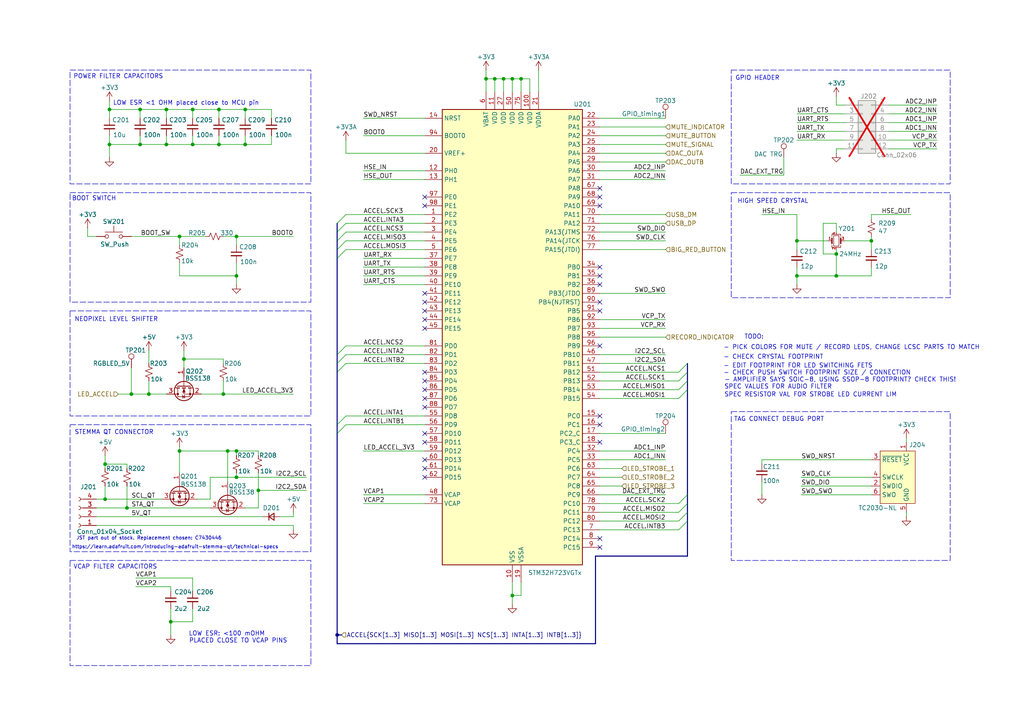
<source format=kicad_sch>
(kicad_sch (version 20231120) (generator "eeschema") (generator_version "8.0")
  (paper "A4")
  (junction (at 31.75 41.91))
  (junction (at 148.59 172.72))
  (junction (at 74.93 142.24))
  (junction (at 242.57 80.01))
  (junction (at 40.64 31.75))
  (junction (at 40.64 41.91))
  (junction (at 231.14 80.01))
  (junction (at 55.88 41.91))
  (junction (at 148.59 22.86))
  (junction (at 53.34 104.14))
  (junction (at 71.12 31.75))
  (junction (at 63.5 31.75))
  (junction (at 64.77 114.3))
  (junction (at 63.5 41.91))
  (junction (at 49.53 180.34))
  (junction (at 43.18 114.3))
  (junction (at 52.07 68.58))
  (junction (at 30.48 144.78))
  (junction (at 68.58 130.81))
  (junction (at 242.57 73.66))
  (junction (at 68.58 138.43))
  (junction (at 146.05 22.86))
  (junction (at 68.58 80.01))
  (junction (at 97.79 184.15))
  (junction (at 71.12 41.91))
  (junction (at 52.07 130.81))
  (junction (at 36.83 147.32))
  (junction (at 30.48 134.62))
  (junction (at 151.13 22.86))
  (junction (at 252.73 69.85))
  (junction (at 231.14 69.85))
  (junction (at 48.26 41.91))
  (junction (at 38.1 114.3))
  (junction (at 55.88 31.75))
  (junction (at 143.51 22.86))
  (junction (at 68.58 68.58))
  (junction (at 140.97 22.86))
  (junction (at 31.75 31.75))
  (junction (at 66.04 130.81))
  (junction (at 48.26 31.75))
  (no_connect (at 173.99 128.27))
  (no_connect (at 173.99 80.01))
  (no_connect (at 123.19 113.03))
  (no_connect (at 123.19 110.49))
  (no_connect (at 173.99 57.15))
  (no_connect (at 173.99 123.19))
  (no_connect (at 173.99 87.63))
  (no_connect (at 123.19 95.25))
  (no_connect (at 173.99 156.21))
  (no_connect (at 173.99 158.75))
  (no_connect (at 123.19 87.63))
  (no_connect (at 123.19 133.35))
  (no_connect (at 123.19 135.89))
  (no_connect (at 173.99 120.65))
  (no_connect (at 173.99 77.47))
  (no_connect (at 123.19 57.15))
  (no_connect (at 123.19 118.11))
  (no_connect (at 123.19 85.09))
  (no_connect (at 173.99 54.61))
  (no_connect (at 173.99 100.33))
  (no_connect (at 123.19 92.71))
  (no_connect (at 173.99 59.69))
  (no_connect (at 123.19 90.17))
  (no_connect (at 173.99 82.55))
  (no_connect (at 123.19 128.27))
  (no_connect (at 123.19 59.69))
  (no_connect (at 123.19 125.73))
  (no_connect (at 123.19 107.95))
  (no_connect (at 123.19 115.57))
  (no_connect (at 123.19 138.43))
  (no_connect (at 173.99 90.17))
  (bus_entry (at 199.39 105.41) (size -2.54 2.54))
  (bus_entry (at 199.39 110.49) (size -2.54 2.54))
  (bus_entry (at 97.79 105.41) (size 2.54 -2.54))
  (bus_entry (at 97.79 69.85) (size 2.54 -2.54))
  (bus_entry (at 97.79 67.31) (size 2.54 -2.54))
  (bus_entry (at 97.79 125.73) (size 2.54 -2.54))
  (bus_entry (at 97.79 74.93) (size 2.54 -2.54))
  (bus_entry (at 199.39 146.05) (size -2.54 2.54))
  (bus_entry (at 199.39 113.03) (size -2.54 2.54))
  (bus_entry (at 199.39 148.59) (size -2.54 2.54))
  (bus_entry (at 97.79 102.87) (size 2.54 -2.54))
  (bus_entry (at 97.79 123.19) (size 2.54 -2.54))
  (bus_entry (at 97.79 107.95) (size 2.54 -2.54))
  (bus_entry (at 97.79 64.77) (size 2.54 -2.54))
  (bus_entry (at 199.39 151.13) (size -2.54 2.54))
  (bus_entry (at 199.39 143.51) (size -2.54 2.54))
  (bus_entry (at 97.79 72.39) (size 2.54 -2.54))
  (bus_entry (at 199.39 107.95) (size -2.54 2.54))
  (wire (pts (xy 52.07 130.81) (xy 52.07 137.16)))
  (wire (pts (xy 39.37 167.64) (xy 55.88 167.64)))
  (wire (pts (xy 85.09 149.86) (xy 85.09 148.59)))
  (wire (pts (xy 220.98 62.23) (xy 231.14 62.23)))
  (wire (pts (xy 262.89 127) (xy 262.89 128.27)))
  (wire (pts (xy 55.88 31.75) (xy 55.88 34.29)))
  (wire (pts (xy 60.96 138.43) (xy 60.96 144.78)))
  (wire (pts (xy 173.99 102.87) (xy 193.04 102.87)))
  (wire (pts (xy 231.14 38.1) (xy 245.11 38.1)))
  (wire (pts (xy 71.12 41.91) (xy 71.12 39.37)))
  (wire (pts (xy 52.07 76.2) (xy 52.07 80.01)))
  (bus (pts (xy 199.39 143.51) (xy 199.39 146.05)))
  (bus (pts (xy 199.39 110.49) (xy 199.39 113.03)))
  (wire (pts (xy 55.88 180.34) (xy 49.53 180.34)))
  (wire (pts (xy 36.83 134.62) (xy 36.83 135.89)))
  (wire (pts (xy 105.41 143.51) (xy 123.19 143.51)))
  (wire (pts (xy 231.14 80.01) (xy 242.57 80.01)))
  (wire (pts (xy 227.33 50.8) (xy 227.33 45.72)))
  (bus (pts (xy 199.39 148.59) (xy 199.39 151.13)))
  (wire (pts (xy 264.16 62.23) (xy 252.73 62.23)))
  (wire (pts (xy 257.81 33.02) (xy 271.78 33.02)))
  (wire (pts (xy 49.53 180.34) (xy 49.53 176.53)))
  (bus (pts (xy 172.72 186.69) (xy 172.72 161.29)))
  (wire (pts (xy 100.33 67.31) (xy 123.19 67.31)))
  (wire (pts (xy 30.48 134.62) (xy 36.83 134.62)))
  (wire (pts (xy 146.05 22.86) (xy 143.51 22.86)))
  (wire (pts (xy 231.14 69.85) (xy 231.14 72.39)))
  (wire (pts (xy 38.1 114.3) (xy 43.18 114.3)))
  (wire (pts (xy 105.41 49.53) (xy 123.19 49.53)))
  (wire (pts (xy 71.12 31.75) (xy 71.12 34.29)))
  (wire (pts (xy 151.13 22.86) (xy 151.13 26.67)))
  (wire (pts (xy 242.57 43.18) (xy 242.57 44.45)))
  (wire (pts (xy 52.07 68.58) (xy 52.07 71.12)))
  (wire (pts (xy 231.14 33.02) (xy 245.11 33.02)))
  (wire (pts (xy 31.75 29.21) (xy 31.75 31.75)))
  (wire (pts (xy 173.99 130.81) (xy 193.04 130.81)))
  (wire (pts (xy 173.99 135.89) (xy 180.34 135.89)))
  (wire (pts (xy 148.59 22.86) (xy 148.59 26.67)))
  (wire (pts (xy 148.59 22.86) (xy 146.05 22.86)))
  (wire (pts (xy 43.18 114.3) (xy 48.26 114.3)))
  (wire (pts (xy 242.57 73.66) (xy 242.57 72.39)))
  (wire (pts (xy 74.93 137.16) (xy 74.93 142.24)))
  (wire (pts (xy 173.99 138.43) (xy 180.34 138.43)))
  (wire (pts (xy 105.41 80.01) (xy 123.19 80.01)))
  (wire (pts (xy 43.18 110.49) (xy 43.18 114.3)))
  (wire (pts (xy 231.14 80.01) (xy 231.14 82.55)))
  (wire (pts (xy 71.12 41.91) (xy 78.74 41.91)))
  (wire (pts (xy 173.99 97.79) (xy 193.04 97.79)))
  (wire (pts (xy 52.07 130.81) (xy 66.04 130.81)))
  (wire (pts (xy 34.29 114.3) (xy 38.1 114.3)))
  (wire (pts (xy 100.33 105.41) (xy 123.19 105.41)))
  (wire (pts (xy 257.81 38.1) (xy 271.78 38.1)))
  (wire (pts (xy 53.34 104.14) (xy 53.34 106.68)))
  (wire (pts (xy 252.73 62.23) (xy 252.73 63.5)))
  (wire (pts (xy 31.75 41.91) (xy 40.64 41.91)))
  (wire (pts (xy 173.99 140.97) (xy 180.34 140.97)))
  (wire (pts (xy 193.04 69.85) (xy 173.99 69.85)))
  (wire (pts (xy 60.96 144.78) (xy 57.15 144.78)))
  (wire (pts (xy 193.04 62.23) (xy 173.99 62.23)))
  (wire (pts (xy 100.33 123.19) (xy 123.19 123.19)))
  (bus (pts (xy 97.79 105.41) (xy 97.79 107.95)))
  (wire (pts (xy 262.89 149.86) (xy 262.89 148.59)))
  (bus (pts (xy 199.39 113.03) (xy 199.39 143.51)))
  (wire (pts (xy 68.58 130.81) (xy 74.93 130.81)))
  (wire (pts (xy 25.4 66.04) (xy 25.4 68.58)))
  (wire (pts (xy 173.99 72.39) (xy 193.04 72.39)))
  (bus (pts (xy 97.79 125.73) (xy 97.79 184.15)))
  (wire (pts (xy 232.41 138.43) (xy 252.73 138.43)))
  (wire (pts (xy 66.04 130.81) (xy 66.04 139.7)))
  (bus (pts (xy 199.39 151.13) (xy 199.39 161.29)))
  (wire (pts (xy 68.58 137.16) (xy 68.58 138.43)))
  (wire (pts (xy 232.41 140.97) (xy 252.73 140.97)))
  (wire (pts (xy 173.99 107.95) (xy 196.85 107.95)))
  (wire (pts (xy 173.99 49.53) (xy 193.04 49.53)))
  (wire (pts (xy 68.58 138.43) (xy 88.9 138.43)))
  (bus (pts (xy 97.79 69.85) (xy 97.79 72.39)))
  (wire (pts (xy 48.26 31.75) (xy 48.26 34.29)))
  (wire (pts (xy 31.75 41.91) (xy 31.75 39.37)))
  (bus (pts (xy 199.39 105.41) (xy 199.39 107.95)))
  (wire (pts (xy 55.88 41.91) (xy 55.88 39.37)))
  (wire (pts (xy 242.57 73.66) (xy 242.57 80.01)))
  (wire (pts (xy 105.41 52.07) (xy 123.19 52.07)))
  (wire (pts (xy 100.33 44.45) (xy 123.19 44.45)))
  (wire (pts (xy 220.98 133.35) (xy 252.73 133.35)))
  (wire (pts (xy 193.04 46.99) (xy 173.99 46.99)))
  (wire (pts (xy 220.98 133.35) (xy 220.98 134.62)))
  (wire (pts (xy 143.51 22.86) (xy 140.97 22.86)))
  (wire (pts (xy 193.04 44.45) (xy 173.99 44.45)))
  (wire (pts (xy 245.11 69.85) (xy 252.73 69.85)))
  (wire (pts (xy 38.1 106.68) (xy 38.1 114.3)))
  (wire (pts (xy 193.04 125.73) (xy 173.99 125.73)))
  (wire (pts (xy 105.41 146.05) (xy 123.19 146.05)))
  (wire (pts (xy 156.21 20.32) (xy 156.21 26.67)))
  (wire (pts (xy 85.09 153.67) (xy 85.09 152.4)))
  (wire (pts (xy 105.41 82.55) (xy 123.19 82.55)))
  (wire (pts (xy 52.07 129.54) (xy 52.07 130.81)))
  (wire (pts (xy 63.5 41.91) (xy 71.12 41.91)))
  (wire (pts (xy 173.99 110.49) (xy 196.85 110.49)))
  (wire (pts (xy 105.41 39.37) (xy 123.19 39.37)))
  (wire (pts (xy 220.98 139.7) (xy 220.98 143.51)))
  (wire (pts (xy 40.64 41.91) (xy 40.64 39.37)))
  (wire (pts (xy 143.51 22.86) (xy 143.51 26.67)))
  (wire (pts (xy 63.5 31.75) (xy 55.88 31.75)))
  (wire (pts (xy 231.14 35.56) (xy 245.11 35.56)))
  (wire (pts (xy 105.41 34.29) (xy 123.19 34.29)))
  (wire (pts (xy 68.58 76.2) (xy 68.58 80.01)))
  (wire (pts (xy 60.96 138.43) (xy 68.58 138.43)))
  (wire (pts (xy 49.53 180.34) (xy 49.53 184.15)))
  (bus (pts (xy 97.79 67.31) (xy 97.79 69.85)))
  (wire (pts (xy 193.04 64.77) (xy 173.99 64.77)))
  (wire (pts (xy 105.41 130.81) (xy 123.19 130.81)))
  (bus (pts (xy 97.79 72.39) (xy 97.79 74.93)))
  (wire (pts (xy 238.76 73.66) (xy 242.57 73.66)))
  (wire (pts (xy 140.97 22.86) (xy 140.97 26.67)))
  (wire (pts (xy 173.99 148.59) (xy 196.85 148.59)))
  (wire (pts (xy 30.48 132.08) (xy 30.48 134.62)))
  (wire (pts (xy 53.34 101.6) (xy 53.34 104.14)))
  (wire (pts (xy 64.77 104.14) (xy 64.77 105.41)))
  (wire (pts (xy 78.74 31.75) (xy 78.74 34.29)))
  (wire (pts (xy 68.58 130.81) (xy 68.58 132.08)))
  (wire (pts (xy 27.94 152.4) (xy 85.09 152.4)))
  (wire (pts (xy 40.64 31.75) (xy 31.75 31.75)))
  (wire (pts (xy 100.33 64.77) (xy 123.19 64.77)))
  (wire (pts (xy 153.67 26.67) (xy 153.67 22.86)))
  (wire (pts (xy 38.1 68.58) (xy 52.07 68.58)))
  (wire (pts (xy 252.73 69.85) (xy 252.73 72.39)))
  (wire (pts (xy 64.77 68.58) (xy 68.58 68.58)))
  (wire (pts (xy 27.94 147.32) (xy 36.83 147.32)))
  (wire (pts (xy 257.81 40.64) (xy 271.78 40.64)))
  (wire (pts (xy 55.88 176.53) (xy 55.88 180.34)))
  (wire (pts (xy 173.99 41.91) (xy 193.04 41.91)))
  (bus (pts (xy 199.39 146.05) (xy 199.39 148.59)))
  (wire (pts (xy 100.33 100.33) (xy 123.19 100.33)))
  (wire (pts (xy 173.99 52.07) (xy 193.04 52.07)))
  (wire (pts (xy 68.58 68.58) (xy 68.58 71.12)))
  (wire (pts (xy 173.99 113.03) (xy 196.85 113.03)))
  (bus (pts (xy 97.79 64.77) (xy 97.79 67.31)))
  (wire (pts (xy 100.33 120.65) (xy 123.19 120.65)))
  (wire (pts (xy 58.42 114.3) (xy 64.77 114.3)))
  (wire (pts (xy 173.99 151.13) (xy 196.85 151.13)))
  (wire (pts (xy 68.58 80.01) (xy 52.07 80.01)))
  (wire (pts (xy 173.99 105.41) (xy 193.04 105.41)))
  (wire (pts (xy 36.83 147.32) (xy 60.96 147.32)))
  (wire (pts (xy 231.14 40.64) (xy 245.11 40.64)))
  (wire (pts (xy 64.77 114.3) (xy 85.09 114.3)))
  (wire (pts (xy 151.13 22.86) (xy 148.59 22.86)))
  (wire (pts (xy 148.59 168.91) (xy 148.59 172.72)))
  (bus (pts (xy 199.39 107.95) (xy 199.39 110.49)))
  (wire (pts (xy 231.14 77.47) (xy 231.14 80.01)))
  (wire (pts (xy 40.64 41.91) (xy 48.26 41.91)))
  (wire (pts (xy 68.58 80.01) (xy 68.58 82.55)))
  (wire (pts (xy 173.99 92.71) (xy 193.04 92.71)))
  (wire (pts (xy 214.63 50.8) (xy 227.33 50.8)))
  (wire (pts (xy 231.14 69.85) (xy 240.03 69.85)))
  (wire (pts (xy 238.76 64.77) (xy 238.76 73.66)))
  (bus (pts (xy 97.79 186.69) (xy 172.72 186.69)))
  (wire (pts (xy 64.77 114.3) (xy 64.77 110.49)))
  (wire (pts (xy 74.93 147.32) (xy 71.12 147.32)))
  (bus (pts (xy 97.79 184.15) (xy 97.79 186.69)))
  (wire (pts (xy 30.48 140.97) (xy 30.48 144.78)))
  (wire (pts (xy 49.53 170.18) (xy 49.53 171.45)))
  (wire (pts (xy 31.75 41.91) (xy 31.75 45.72)))
  (wire (pts (xy 55.88 167.64) (xy 55.88 171.45)))
  (wire (pts (xy 74.93 142.24) (xy 74.93 147.32)))
  (wire (pts (xy 71.12 31.75) (xy 63.5 31.75)))
  (wire (pts (xy 257.81 30.48) (xy 271.78 30.48)))
  (wire (pts (xy 173.99 153.67) (xy 196.85 153.67)))
  (wire (pts (xy 252.73 68.58) (xy 252.73 69.85)))
  (wire (pts (xy 100.33 40.64) (xy 100.33 44.45)))
  (bus (pts (xy 97.79 74.93) (xy 97.79 102.87)))
  (wire (pts (xy 63.5 41.91) (xy 63.5 39.37)))
  (wire (pts (xy 242.57 27.94) (xy 242.57 30.48)))
  (bus (pts (xy 97.79 102.87) (xy 97.79 105.41)))
  (wire (pts (xy 25.4 68.58) (xy 27.94 68.58)))
  (wire (pts (xy 27.94 149.86) (xy 76.2 149.86)))
  (wire (pts (xy 66.04 130.81) (xy 68.58 130.81)))
  (wire (pts (xy 193.04 143.51) (xy 173.99 143.51)))
  (wire (pts (xy 100.33 62.23) (xy 123.19 62.23)))
  (wire (pts (xy 105.41 74.93) (xy 123.19 74.93)))
  (wire (pts (xy 52.07 68.58) (xy 59.69 68.58)))
  (wire (pts (xy 74.93 142.24) (xy 88.9 142.24)))
  (wire (pts (xy 31.75 31.75) (xy 31.75 34.29)))
  (wire (pts (xy 43.18 101.6) (xy 43.18 105.41)))
  (wire (pts (xy 242.57 80.01) (xy 252.73 80.01)))
  (wire (pts (xy 100.33 102.87) (xy 123.19 102.87)))
  (wire (pts (xy 173.99 133.35) (xy 193.04 133.35)))
  (wire (pts (xy 193.04 85.09) (xy 173.99 85.09)))
  (wire (pts (xy 173.99 146.05) (xy 196.85 146.05)))
  (wire (pts (xy 257.81 43.18) (xy 271.78 43.18)))
  (wire (pts (xy 140.97 20.32) (xy 140.97 22.86)))
  (wire (pts (xy 74.93 130.81) (xy 74.93 132.08)))
  (bus (pts (xy 172.72 161.29) (xy 199.39 161.29)))
  (wire (pts (xy 63.5 31.75) (xy 63.5 34.29)))
  (wire (pts (xy 48.26 41.91) (xy 55.88 41.91)))
  (wire (pts (xy 30.48 134.62) (xy 30.48 135.89)))
  (wire (pts (xy 151.13 168.91) (xy 151.13 172.72)))
  (wire (pts (xy 78.74 31.75) (xy 71.12 31.75)))
  (wire (pts (xy 257.81 35.56) (xy 271.78 35.56)))
  (wire (pts (xy 173.99 67.31) (xy 193.04 67.31)))
  (wire (pts (xy 100.33 69.85) (xy 123.19 69.85)))
  (wire (pts (xy 193.04 39.37) (xy 173.99 39.37)))
  (wire (pts (xy 242.57 64.77) (xy 238.76 64.77)))
  (wire (pts (xy 36.83 140.97) (xy 36.83 147.32)))
  (wire (pts (xy 146.05 22.86) (xy 146.05 26.67)))
  (wire (pts (xy 173.99 115.57) (xy 196.85 115.57)))
  (wire (pts (xy 173.99 95.25) (xy 193.04 95.25)))
  (wire (pts (xy 252.73 80.01) (xy 252.73 77.47)))
  (wire (pts (xy 231.14 62.23) (xy 231.14 69.85)))
  (wire (pts (xy 78.74 41.91) (xy 78.74 39.37)))
  (wire (pts (xy 27.94 144.78) (xy 30.48 144.78)))
  (wire (pts (xy 40.64 31.75) (xy 40.64 34.29)))
  (wire (pts (xy 55.88 31.75) (xy 48.26 31.75)))
  (wire (pts (xy 153.67 22.86) (xy 151.13 22.86)))
  (wire (pts (xy 48.26 31.75) (xy 40.64 31.75)))
  (wire (pts (xy 55.88 41.91) (xy 63.5 41.91)))
  (wire (pts (xy 242.57 67.31) (xy 242.57 64.77)))
  (wire (pts (xy 39.37 170.18) (xy 49.53 170.18)))
  (wire (pts (xy 53.34 104.14) (xy 64.77 104.14)))
  (wire (pts (xy 173.99 36.83) (xy 193.04 36.83)))
  (wire (pts (xy 151.13 172.72) (xy 148.59 172.72)))
  (wire (pts (xy 232.41 143.51) (xy 252.73 143.51)))
  (wire (pts (xy 242.57 30.48) (xy 245.11 30.48)))
  (bus (pts (xy 97.79 107.95) (xy 97.79 123.19)))
  (wire (pts (xy 148.59 175.26) (xy 148.59 172.72)))
  (wire (pts (xy 105.41 77.47) (xy 123.19 77.47)))
  (wire (pts (xy 100.33 72.39) (xy 123.19 72.39)))
  (bus (pts (xy 99.06 184.15) (xy 97.79 184.15)))
  (wire (pts (xy 193.04 34.29) (xy 173.99 34.29)))
  (bus (pts (xy 97.79 123.19) (xy 97.79 125.73)))
  (wire (pts (xy 85.09 68.58) (xy 68.58 68.58)))
  (wire (pts (xy 81.28 149.86) (xy 85.09 149.86)))
  (wire (pts (xy 30.48 144.78) (xy 46.99 144.78)))
  (wire (pts (xy 245.11 43.18) (xy 242.57 43.18)))
  (wire (pts (xy 48.26 41.91) (xy 48.26 39.37)))
  (rectangle (start 20.32 55.88) (end 90.17 87.63) (stroke (width 0) (type dash)))
  (rectangle (start 212.09 20.32) (end 275.59 53.34) (stroke (width 0) (type dash)))
  (rectangle (start 212.09 55.88) (end 275.59 86.36) (stroke (width 0) (type dash)))
  (rectangle (start 20.32 123.19) (end 90.17 160.02) (stroke (width 0) (type dash)))
  (rectangle (start 20.32 90.17) (end 90.17 120.65) (stroke (width 0) (type dash)))
  (rectangle (start 212.09 119.38) (end 275.59 162.56) (stroke (width 0) (type dash)))
  (text_box "POWER FILTER CAPACITORS\n" (at 20.32 20.32 0) (size 69.85 33.02) (stroke (width 0) (type dash)) (effects (font (size 1.27 1.27)) (justify left top)))
  (text_box "VCAP FILTER CAPACITORS" (at 20.32 162.56 0) (size 69.85 30.48) (stroke (width 0) (type dash)) (effects (font (size 1.27 1.27)) (justify left top)))
  (text "- CHECK CRYSTAL FOOTPRINT" (at 209.804 103.632 0) (effects (font (size 1.27 1.27)) (justify left)))
  (text "STEMMA QT CONNECTOR" (at 21.59 125.476 0) (effects (font (size 1.27 1.27)) (justify left)))
  (text "TODO:" (at 218.694 97.79 0) (effects (font (size 1.27 1.27))))
  (text "- AMPLIFIER SAYS SOIC-8, USING SSOP-8 FOOTPRINT? CHECK THIS!" (at 210.058 110.236 0) (effects (font (size 1.27 1.27)) (justify left)))
  (text "- PICK COLORS FOR MUTE / RECORD LEDS, CHANGE LCSC PARTS TO MATCH" (at 209.804 100.838 0) (effects (font (size 1.27 1.27)) (justify left)))
  (text "PLACED CLOSE TO VCAP PINS" (at 69.088 185.928 0) (effects (font (size 1.27 1.27))))
  (text "NEOPIXEL LEVEL SHIFTER" (at 21.59 92.71 0) (effects (font (size 1.27 1.27)) (justify left)))
  (text "SPEC RESISTOR VAL FOR STROBE LED CURRENT LIM" (at 210.058 114.554 0) (effects (font (size 1.27 1.27)) (justify left)))
  (text "LOW ESR <1 OHM placed close to MCU pin" (at 32.766 29.972 0) (effects (font (size 1.27 1.27)) (justify left)))
  (text "LOW ESR: <100 mOHM" (at 65.786 183.896 0) (effects (font (size 1.27 1.27))))
  (text "BOOT SWITCH" (at 20.828 57.658 0) (effects (font (size 1.27 1.27)) (justify left)))
  (text "- EDIT FOOTPRINT FOR LED SWITCHING FETS" (at 209.804 106.172 0) (effects (font (size 1.27 1.27)) (justify left)))
  (text "GPIO HEADER" (at 219.71 22.733 0) (effects (font (size 1.27 1.27))))
  (text "https://learn.adafruit.com/introducing-adafruit-stemma-qt/technical-specs" (at 50.8 158.75 0) (effects (font (size 1 1))))
  (text "TAG CONNECT DEBUG PORT" (at 212.852 121.666 0) (effects (font (size 1.27 1.27)) (justify left)))
  (text "JST part out of stock. Replacement chosen: C7430446" (at 22.098 156.21 0) (effects (font (size 1 1)) (justify left)))
  (text "- CHECK PUSH SWITCH FOOTPRINT SIZE / CONNECTION " (at 209.804 108.204 0) (effects (font (size 1.27 1.27)) (justify left)))
  (text "SPEC VALUES FOR AUDIO FILTER" (at 210.058 112.268 0) (effects (font (size 1.27 1.27)) (justify left)))
  (text "HIGH SPEED CRYSTAL" (at 213.868 58.42 0) (effects (font (size 1.27 1.27)) (justify left)))
  (label "ACCEL.INTB1" (at 105.41 123.19 0))
  (label "UART_RX" (at 105.41 74.93 0) (property "Netclass" "digital_IO" (effects (hide yes))))
  (label "VCAP2" (at 39.37 170.18 0))
  (label "UART_CTS" (at 105.41 82.55 0) (property "Netclass" "digital_IO" (effects (hide yes))))
  (label "UART_RTS" (at 105.41 80.01 0) (property "Netclass" "digital_IO" (effects (hide yes))))
  (label "5V_QT" (at 38.1 149.86 0))
  (label "SWD_SWO" (at 193.04 85.09 180))
  (label "BOOT0" (at 85.09 68.58 180) (property "Netclass" "digital_IO" (effects (hide yes))))
  (label "SWD_NRST" (at 232.41 133.35 0) (property "Netclass" "debug" (effects (hide yes))))
  (label "VCP_TX" (at 271.78 43.18 180) (property "Netclass" "debug" (effects (hide yes))))
  (label "ACCEL.SCK2" (at 193.04 146.05 180))
  (label "ACCEL.INTA2" (at 105.41 102.87 0))
  (label "I2C2_SDA" (at 88.9 142.24 180) (property "Netclass" "digital_IO" (effects (hide yes))))
  (label "UART_RX" (at 231.14 40.64 0) (property "Netclass" "digital_IO" (effects (hide yes))))
  (label "HSE_OUT" (at 105.41 52.07 0))
  (label "ACCEL.INTA1" (at 105.41 120.65 0))
  (label "ACCEL.MOSI2" (at 193.04 151.13 180))
  (label "ADC2_INN" (at 193.04 52.07 180))
  (label "ACCEL.SCK3" (at 105.41 62.23 0))
  (label "HSE_IN" (at 105.41 49.53 0))
  (label "VCP_RX" (at 193.04 95.25 180))
  (label "DAC_EXT_TRG" (at 193.04 143.51 180))
  (label "ACCEL.MOSI3" (at 105.41 72.39 0))
  (label "I2C2_SCL" (at 88.9 138.43 180) (property "Netclass" "digital_IO" (effects (hide yes))))
  (label "SWD_CLK" (at 193.04 69.85 180))
  (label "ACCEL.MISO2" (at 193.04 148.59 180))
  (label "UART_RTS" (at 231.14 35.56 0) (property "Netclass" "digital_IO" (effects (hide yes))))
  (label "ADC2_INN" (at 271.78 33.02 180))
  (label "ACCEL.MOSI1" (at 193.04 115.57 180))
  (label "HSE_IN" (at 220.98 62.23 0))
  (label "UART_CTS" (at 231.14 33.02 0) (property "Netclass" "digital_IO" (effects (hide yes))))
  (label "ADC1_INN" (at 193.04 133.35 180))
  (label "ACCEL.NCS1" (at 193.04 107.95 180))
  (label "STA_QT" (at 38.1 147.32 0) (property "Netclass" "digital_IO" (effects (hide yes))))
  (label "ACCEL.MISO3" (at 105.41 69.85 0))
  (label "DAC_EXT_TRG" (at 214.63 50.8 0) (property "Netclass" "digital_IO" (effects (hide yes))))
  (label "VCP_TX" (at 193.04 92.71 180))
  (label "BOOT_SW" (at 49.53 68.58 180) (property "Netclass" "digital_IO" (effects (hide yes))))
  (label "SCL_QT" (at 38.1 144.78 0) (property "Netclass" "digital_IO" (effects (hide yes))))
  (label "ACCEL.SCK1" (at 193.04 110.49 180))
  (label "ADC1_INP" (at 193.04 130.81 180))
  (label "HSE_OUT" (at 264.16 62.23 180))
  (label "LED_ACCEL_3V3" (at 85.09 114.3 180) (property "Netclass" "digital_IO" (effects (hide yes))))
  (label "VCAP1" (at 39.37 167.64 0))
  (label "VCAP1" (at 105.41 143.51 0))
  (label "LED_ACCEL_3V3" (at 105.41 130.81 0))
  (label "ACCEL.INTB2" (at 105.41 105.41 0))
  (label "UART_TX" (at 231.14 38.1 0) (property "Netclass" "digital_IO" (effects (hide yes))))
  (label "ADC1_INP" (at 271.78 35.56 180))
  (label "VCP_RX" (at 271.78 40.64 180) (property "Netclass" "debug" (effects (hide yes))))
  (label "SWD_SWO" (at 232.41 143.51 0) (property "Netclass" "debug" (effects (hide yes))))
  (label "ADC2_INP" (at 193.04 49.53 180))
  (label "SWD_DIO" (at 232.41 140.97 0) (property "Netclass" "debug" (effects (hide yes))))
  (label "SWD_CLK" (at 232.41 138.43 0) (property "Netclass" "debug" (effects (hide yes))))
  (label "SWD_NRST" (at 105.41 34.29 0) (property "Netclass" "debug" (effects (hide yes))))
  (label "ACCEL.NCS2" (at 105.41 100.33 0))
  (label "VCAP2" (at 105.41 146.05 0))
  (label "UART_TX" (at 105.41 77.47 0) (property "Netclass" "digital_IO" (effects (hide yes))))
  (label "I2C2_SDA" (at 193.04 105.41 180))
  (label "ADC1_INN" (at 271.78 38.1 180))
  (label "SWD_DIO" (at 193.04 67.31 180))
  (label "ACCEL.INTA3" (at 105.41 64.77 0))
  (label "BOOT0" (at 105.41 39.37 0))
  (label "ACCEL.NCS3" (at 105.41 67.31 0))
  (label "ADC2_INP" (at 271.78 30.48 180))
  (label "I2C2_SCL" (at 193.04 102.87 180))
  (label "ACCEL.MISO1" (at 193.04 113.03 180))
  (label "ACCEL.INTB3" (at 193.04 153.67 180))
  (hierarchical_label "RECORD_INDICATOR" (shape input) (at 193.04 97.79 0))
  (hierarchical_label "MUTE_INDICATOR" (shape input) (at 193.04 36.83 0))
  (hierarchical_label "USB_DP" (shape input) (at 193.04 64.77 0))
  (hierarchical_label "ACCEL{SCK[1..3] MISO[1..3] MOSI[1..3] NCS[1..3] INTA[1..3] INTB[1..3]}" (shape input) (at 99.06 184.15 0) (effects (font (size 1.25 1.25))))
  (hierarchical_label "LED_STROBE_2" (shape input) (at 180.34 138.43 0))
  (hierarchical_label "MUTE_BUTTON" (shape input) (at 193.04 39.37 0))
  (hierarchical_label "LED_ACCEL" (shape input) (at 34.29 114.3 180) (property "Netclass" "digital_IO" (effects (hide yes))))
  (hierarchical_label "DAC_OUTB" (shape input) (at 193.04 46.99 0))
  (hierarchical_label "DAC_OUTA" (shape input) (at 193.04 44.45 0))
  (hierarchical_label "LED_STROBE_1" (shape input) (at 180.34 135.89 0))
  (hierarchical_label "USB_DM" (shape input) (at 193.04 62.23 0))
  (hierarchical_label "LED_STROBE_3" (shape input) (at 180.34 140.97 0))
  (hierarchical_label "MUTE_SIGNAL" (shape input) (at 193.04 41.91 0))
  (hierarchical_label "BIG_RED_BUTTON" (shape input) (at 193.04 72.39 0))
  (symbol (lib_id "MCU_ST_STM32H7:STM32H723VGTx") (at 148.59 97.79 0) (unit 1)
    (property "Reference" "U201" (at 166.37 30.226 0) (effects (justify left)))
    (property "Value" "STM32H723VGTx" (at 153.162 166.116 0) (effects (justify left)))
    (property "Footprint" "Package_QFP:LQFP-100_14x14mm_P0.5mm" (effects (hide yes)))
    (property "Datasheet" "https://www.st.com/resource/en/datasheet/stm32h723vg.pdf" (effects (hide yes)))
    (property "Description" "STMicroelectronics Arm Cortex-M7 MCU, 1024KB flash, 564KB RAM, 550 MHz, 1.71-3.6V, 82 GPIO, LQFP100" (effects (hide yes)))
    (property "LCSC" "C730142" (effects (hide yes)))
  )
  (symbol (lib_id "power:+3V3") (at 156.21 20.32 0) (unit 1)
    (property "Reference" "#PWR0215" (effects (hide yes)))
    (property "Value" "+3V3A" (at 156.21 16.51 0))
    (property "Description" "Power symbol creates a global label with name \"+3V3\"" (effects (hide yes)))
  )
  (symbol (lib_id "Device:R_Small_US") (at 68.58 134.62 180) (unit 1)
    (property "Reference" "R207" (at 71.374 132.08 0))
    (property "Value" "10k" (at 70.866 136.652 0))
    (property "Footprint" "Resistor_SMD:R_0402_1005Metric" (effects (hide yes)))
    (property "Datasheet" "https://wmsc.lcsc.com/wmsc/upload/file/pdf/v2/lcsc/2206010100_UNI-ROYAL-Uniroyal-Elec-0402WGF1002TCE_C25744.pdf" (effects (hide yes)))
    (property "Description" "Resistor, small US symbol" (effects (hide yes)))
    (property "LCSC" "C25744" (effects (hide yes)))
  )
  (symbol (lib_id "Connector:TestPoint") (at 227.33 45.72 0) (unit 1) (in_bom no)
    (property "Reference" "TP202" (at 224.282 40.64 0) (effects (justify left)))
    (property "Value" "DAC TRG" (at 218.694 44.704 0) (effects (justify left)))
    (property "Footprint" "TestPoint:TestPoint_Pad_D1.0mm" (effects (hide yes)))
    (property "Description" "test point" (effects (hide yes)))
  )
  (symbol (lib_id "Connector_Generic:Conn_02x06_Odd_Even") (at 250.19 35.56 0) (unit 1) (in_bom no) (dnp yes)
    (property "Reference" "J202" (at 251.968 27.94 0))
    (property "Value" "Conn_02x06" (at 260.096 44.958 0))
    (property "Footprint" "Connector_PinHeader_2.54mm:PinHeader_2x06_P2.54mm_Vertical" (effects (hide yes)))
    (property "Description" "Generic connector, double row, 02x06, odd/even pin numbering scheme (row 1 odd numbers, row 2 even numbers), script generated (kicad-library-utils/schlib/autogen/connector/)" (effects (hide yes)))
  )
  (symbol (lib_id "power:GND") (at 68.58 82.55 0) (unit 1)
    (property "Reference" "#PWR0209" (effects (hide yes)))
    (property "Value" "GND" (effects (hide yes)))
    (property "Description" "Power symbol creates a global label with name \"GND\" , ground" (effects (hide yes)))
  )
  (symbol (lib_id "Transistor_FET:BSS138") (at 52.07 142.24 90) (mirror x) (unit 1)
    (property "Reference" "Q201" (at 54.864 138.176 90))
    (property "Value" "BSS138" (at 56.134 140.462 90))
    (property "Footprint" "Package_TO_SOT_SMD:SOT-23" (effects (hide yes)))
    (property "Datasheet" "https://www.onsemi.com/pub/Collateral/BSS138-D.PDF" (effects (hide yes)))
    (property "Description" "50V Vds, 0.22A Id, N-Channel MOSFET, SOT-23" (effects (hide yes)))
    (property "LCSC" "C82045" (effects (hide yes)))
  )
  (symbol (lib_id "Device:R_Small_US") (at 64.77 107.95 180) (unit 1)
    (property "Reference" "R206" (at 67.564 105.41 0))
    (property "Value" "10k" (at 67.056 109.982 0))
    (property "Footprint" "Resistor_SMD:R_0402_1005Metric" (effects (hide yes)))
    (property "Datasheet" "https://wmsc.lcsc.com/wmsc/upload/file/pdf/v2/lcsc/2206010100_UNI-ROYAL-Uniroyal-Elec-0402WGF1002TCE_C25744.pdf" (effects (hide yes)))
    (property "Description" "Resistor, small US symbol" (effects (hide yes)))
    (property "LCSC" "C25744" (effects (hide yes)))
  )
  (symbol (lib_id "Connector:TestPoint") (at 193.04 34.29 0) (unit 1) (in_bom no)
    (property "Reference" "TP203" (at 189.992 29.21 0) (effects (justify left)))
    (property "Value" "GPIO_timing1" (at 180.34 33.02 0) (effects (justify left)))
    (property "Footprint" "TestPoint:TestPoint_Pad_D1.0mm" (effects (hide yes)))
    (property "Description" "test point" (effects (hide yes)))
  )
  (symbol (lib_id "Device:C_Small") (at 49.53 173.99 0) (unit 1)
    (property "Reference" "C204" (at 50.546 171.704 0) (effects (justify left)))
    (property "Value" "2u2" (at 50.546 176.53 0) (effects (justify left)))
    (property "Footprint" "Capacitor_SMD:C_0805_2012Metric" (effects (hide yes)))
    (property "Datasheet" "https://wmsc.lcsc.com/wmsc/upload/file/pdf/v2/lcsc/2304140030_Samsung-Electro-Mechanics-CL21A225KBQNNNE_C377773.pdf" (effects (hide yes)))
    (property "Description" "Unpolarized capacitor, small symbol" (effects (hide yes)))
    (property "LCSC" "C377773" (effects (hide yes)))
  )
  (symbol (lib_id "Connector:Conn_01x04_Socket") (at 22.86 149.86 180) (unit 1)
    (property "Reference" "J201" (at 25.654 141.224 0))
    (property "Value" "Conn_01x04_Socket" (at 31.75 154.178 0))
    (property "Footprint" "Connector_JST:JST_SH_SM04B-SRSS-TB_1x04-1MP_P1.00mm_Horizontal" (effects (hide yes)))
    (property "Datasheet" "https://www.lcsc.com/datasheet/lcsc_datasheet_2304140030_JST-SM04B-SRSS-TB-LF-SN_C160404.pdf" (effects (hide yes)))
    (property "Description" "Generic connector, single row, 01x04, script generated" (effects (hide yes)))
    (property "LCSC" "C160404" (effects (hide yes)))
  )
  (symbol (lib_id "Transistor_FET:BSS138") (at 66.04 144.78 90) (mirror x) (unit 1)
    (property "Reference" "Q203" (at 68.834 140.97 90))
    (property "Value" "BSS138" (at 70.104 142.748 90))
    (property "Footprint" "Package_TO_SOT_SMD:SOT-23" (effects (hide yes)))
    (property "Datasheet" "https://www.onsemi.com/pub/Collateral/BSS138-D.PDF" (effects (hide yes)))
    (property "Description" "50V Vds, 0.22A Id, N-Channel MOSFET, SOT-23" (effects (hide yes)))
    (property "LCSC" "C82045" (effects (hide yes)))
  )
  (symbol (lib_id "power:GND") (at 262.89 149.86 0) (unit 1)
    (property "Reference" "#PWR0221" (effects (hide yes)))
    (property "Value" "GND" (effects (hide yes)))
    (property "Description" "Power symbol creates a global label with name \"GND\" , ground" (effects (hide yes)))
  )
  (symbol (lib_id "power:+3V3") (at 31.75 29.21 0) (unit 1)
    (property "Reference" "#PWR0203" (effects (hide yes)))
    (property "Value" "+3V3" (at 31.75 25.4 0))
    (property "Description" "Power symbol creates a global label with name \"+3V3\"" (effects (hide yes)))
  )
  (symbol (lib_id "Device:C_Small") (at 55.88 173.99 0) (unit 1)
    (property "Reference" "C206" (at 56.896 171.704 0) (effects (justify left)))
    (property "Value" "2u2" (at 57.15 176.53 0) (effects (justify left)))
    (property "Footprint" "Capacitor_SMD:C_0805_2012Metric" (effects (hide yes)))
    (property "Datasheet" "https://wmsc.lcsc.com/wmsc/upload/file/pdf/v2/lcsc/2304140030_Samsung-Electro-Mechanics-CL21A225KBQNNNE_C377773.pdf" (effects (hide yes)))
    (property "Description" "Unpolarized capacitor, small symbol" (effects (hide yes)))
    (property "LCSC" "C377773" (effects (hide yes)))
  )
  (symbol (lib_id "power:+3V3") (at 52.07 129.54 0) (unit 1)
    (property "Reference" "#PWR0207" (effects (hide yes)))
    (property "Value" "+3V3" (at 52.07 125.73 0))
    (property "Description" "Power symbol creates a global label with name \"+3V3\"" (effects (hide yes)))
  )
  (symbol (lib_id "Device:C_Small") (at 220.98 137.16 0) (mirror x) (unit 1)
    (property "Reference" "C211" (at 221.234 135.382 0) (effects (justify left)))
    (property "Value" "100n" (at 221.234 139.446 0) (effects (justify left)))
    (property "Footprint" "Capacitor_SMD:C_0402_1005Metric" (effects (hide yes)))
    (property "Datasheet" "https://wmsc.lcsc.com/wmsc/upload/file/pdf/v2/lcsc/2304140030_Samsung-Electro-Mechanics-CL05B104KB54PNC_C307331.pdf" (effects (hide yes)))
    (property "Description" "Unpolarized capacitor, small symbol" (effects (hide yes)))
    (property "LCSC" "C307331" (effects (hide yes)))
  )
  (symbol (lib_id "power:GND") (at 85.09 153.67 0) (unit 1)
    (property "Reference" "#PWR0211" (effects (hide yes)))
    (property "Value" "GND" (effects (hide yes)))
    (property "Description" "Power symbol creates a global label with name \"GND\" , ground" (effects (hide yes)))
  )
  (symbol (lib_id "Device:C_Small") (at 78.74 36.83 0) (unit 1)
    (property "Reference" "C210" (at 79.502 34.798 0) (effects (justify left)))
    (property "Value" "100n" (at 79.756 39.116 0) (effects (justify left)))
    (property "Footprint" "Capacitor_SMD:C_0402_1005Metric" (effects (hide yes)))
    (property "Datasheet" "https://wmsc.lcsc.com/wmsc/upload/file/pdf/v2/lcsc/2304140030_Samsung-Electro-Mechanics-CL05B104KB54PNC_C307331.pdf" (effects (hide yes)))
    (property "Description" "Unpolarized capacitor, small symbol" (effects (hide yes)))
    (property "LCSC" "C307331" (effects (hide yes)))
  )
  (symbol (lib_id "Device:C_Small") (at 48.26 36.83 0) (unit 1)
    (property "Reference" "C203" (at 49.022 34.798 0) (effects (justify left)))
    (property "Value" "100n" (at 49.276 39.116 0) (effects (justify left)))
    (property "Footprint" "Capacitor_SMD:C_0402_1005Metric" (effects (hide yes)))
    (property "Datasheet" "https://wmsc.lcsc.com/wmsc/upload/file/pdf/v2/lcsc/2304140030_Samsung-Electro-Mechanics-CL05B104KB54PNC_C307331.pdf" (effects (hide yes)))
    (property "Description" "Unpolarized capacitor, small symbol" (effects (hide yes)))
    (property "LCSC" "C307331" (effects (hide yes)))
  )
  (symbol (lib_id "power:GND") (at 231.14 82.55 0) (unit 1)
    (property "Reference" "#PWR0217" (effects (hide yes)))
    (property "Value" "GND" (effects (hide yes)))
    (property "Description" "Power symbol creates a global label with name \"GND\" , ground" (effects (hide yes)))
  )
  (symbol (lib_id "Device:R_Small_US") (at 62.23 68.58 90) (unit 1)
    (property "Reference" "R205" (at 57.15 67.564 90))
    (property "Value" "330" (at 65.786 67.564 90))
    (property "Footprint" "Resistor_SMD:R_0402_1005Metric" (effects (hide yes)))
    (property "Datasheet" "https://wmsc.lcsc.com/wmsc/upload/file/pdf/v2/lcsc/2205311900_UNI-ROYAL-Uniroyal-Elec-0402WGF3300TCE_C25104.pdf" (effects (hide yes)))
    (property "Description" "Resistor, small US symbol" (effects (hide yes)))
    (property "LCSC" "C25104" (effects (hide yes)))
  )
  (symbol (lib_id "power:+3V3") (at 53.34 101.6 0) (unit 1)
    (property "Reference" "#PWR0208" (effects (hide yes)))
    (property "Value" "+3V3" (at 53.34 97.79 0))
    (property "Description" "Power symbol creates a global label with name \"+3V3\"" (effects (hide yes)))
  )
  (symbol (lib_id "Connector:TestPoint") (at 193.04 125.73 0) (unit 1) (in_bom no)
    (property "Reference" "TP204" (at 189.992 120.65 0) (effects (justify left)))
    (property "Value" "GPIO_timing2" (at 180.086 124.46 0) (effects (justify left)))
    (property "Footprint" "TestPoint:TestPoint_Pad_D1.0mm" (effects (hide yes)))
    (property "Description" "test point" (effects (hide yes)))
  )
  (symbol (lib_id "power:+3V3") (at 25.4 66.04 0) (unit 1)
    (property "Reference" "#PWR0201" (effects (hide yes)))
    (property "Value" "+3V3" (at 25.4 62.23 0))
    (property "Description" "Power symbol creates a global label with name \"+3V3\"" (effects (hide yes)))
  )
  (symbol (lib_id "power:+3V3") (at 100.33 40.64 0) (unit 1)
    (property "Reference" "#PWR0212" (effects (hide yes)))
    (property "Value" "+3V3A" (at 100.33 36.83 0))
    (property "Description" "Power symbol creates a global label with name \"+3V3\"" (effects (hide yes)))
  )
  (symbol (lib_id "Connector:Conn_ARM_SWD_TagConnect_TC2030-NL") (at 260.35 138.43 0) (mirror y) (unit 1) (in_bom no)
    (property "Reference" "J204" (at 263.652 129.032 0) (effects (justify right)))
    (property "Value" "TC2030-NL" (at 248.92 147.32 0) (effects (justify right)))
    (property "Footprint" "Connector:Tag-Connect_TC2030-IDC-NL_2x03_P1.27mm_Vertical" (effects (hide yes)))
    (property "Datasheet" "https://www.tag-connect.com/wp-content/uploads/bsk-pdf-manager/TC2030-CTX_1.pdf" (effects (hide yes)))
    (property "Description" "Tag-Connect ARM Cortex SWD JTAG connector, 6 pin, no legs" (effects (hide yes)))
  )
  (symbol (lib_id "Device:R_Small_US") (at 30.48 138.43 180) (unit 1)
    (property "Reference" "R201" (at 33.274 135.89 0))
    (property "Value" "10k" (at 32.766 140.462 0))
    (property "Footprint" "Resistor_SMD:R_0402_1005Metric" (effects (hide yes)))
    (property "Datasheet" "https://wmsc.lcsc.com/wmsc/upload/file/pdf/v2/lcsc/2206010100_UNI-ROYAL-Uniroyal-Elec-0402WGF1002TCE_C25744.pdf" (effects (hide yes)))
    (property "Description" "Resistor, small US symbol" (effects (hide yes)))
    (property "LCSC" "C25744" (effects (hide yes)))
  )
  (symbol (lib_id "power:GND") (at 49.53 184.15 0) (unit 1)
    (property "Reference" "#PWR0206" (effects (hide yes)))
    (property "Value" "GND" (effects (hide yes)))
    (property "Description" "Power symbol creates a global label with name \"GND\" , ground" (effects (hide yes)))
  )
  (symbol (lib_id "Switch:SW_Push") (at 33.02 68.58 0) (unit 1)
    (property "Reference" "SW201" (at 33.02 64.262 0))
    (property "Value" "SW_Push" (at 33.274 70.866 0))
    (property "Footprint" "Button_Switch_SMD:SW_SPST_PTS645" (effects (hide yes)))
    (property "Datasheet" "https://www.lcsc.com/datasheet/lcsc_datasheet_2304140030_C-K-PTS645SK50SMTR92LFS_C221872.pdf" (effects (hide yes)))
    (property "Description" "Push button switch, generic, two pins" (effects (hide yes)))
    (property "LCSC" "C221872" (effects (hide yes)))
  )
  (symbol (lib_id "Device:C_Small") (at 252.73 74.93 0) (unit 1)
    (property "Reference" "C213" (at 253.492 72.898 0) (effects (justify left)))
    (property "Value" "12p" (at 253.746 77.216 0) (effects (justify left)))
    (property "Footprint" "Capacitor_SMD:C_0402_1005Metric" (effects (hide yes)))
    (property "Datasheet" "https://www.lcsc.com/datasheet/lcsc_datasheet_2304140030_FH--Guangdong-Fenghua-Advanced-Tech-0402CG120J500NT_C1547.pdf" (effects (hide yes)))
    (property "Description" "Unpolarized capacitor, small symbol" (effects (hide yes)))
    (property "LCSC" "C1547" (effects (hide yes)))
  )
  (symbol (lib_id "Device:C_Small") (at 71.12 36.83 0) (unit 1)
    (property "Reference" "C209" (at 71.882 34.798 0) (effects (justify left)))
    (property "Value" "100n" (at 72.136 39.116 0) (effects (justify left)))
    (property "Footprint" "Capacitor_SMD:C_0402_1005Metric" (effects (hide yes)))
    (property "Datasheet" "https://wmsc.lcsc.com/wmsc/upload/file/pdf/v2/lcsc/2304140030_Samsung-Electro-Mechanics-CL05B104KB54PNC_C307331.pdf" (effects (hide yes)))
    (property "Description" "Unpolarized capacitor, small symbol" (effects (hide yes)))
    (property "LCSC" "C307331" (effects (hide yes)))
  )
  (symbol (lib_id "Device:R_Small_US") (at 43.18 107.95 180) (unit 1)
    (property "Reference" "R203" (at 45.974 105.41 0))
    (property "Value" "10k" (at 45.466 109.982 0))
    (property "Footprint" "Resistor_SMD:R_0402_1005Metric" (effects (hide yes)))
    (property "Datasheet" "https://wmsc.lcsc.com/wmsc/upload/file/pdf/v2/lcsc/2206010100_UNI-ROYAL-Uniroyal-Elec-0402WGF1002TCE_C25744.pdf" (effects (hide yes)))
    (property "Description" "Resistor, small US symbol" (effects (hide yes)))
    (property "LCSC" "C25744" (effects (hide yes)))
  )
  (symbol (lib_id "power:GND") (at 31.75 45.72 0) (unit 1)
    (property "Reference" "#PWR0204" (effects (hide yes)))
    (property "Value" "GND" (effects (hide yes)))
    (property "Description" "Power symbol creates a global label with name \"GND\" , ground" (effects (hide yes)))
  )
  (symbol (lib_id "Device:C_Small") (at 63.5 36.83 0) (unit 1)
    (property "Reference" "C207" (at 64.262 34.798 0) (effects (justify left)))
    (property "Value" "100n" (at 64.516 39.116 0) (effects (justify left)))
    (property "Footprint" "Capacitor_SMD:C_0402_1005Metric" (effects (hide yes)))
    (property "Datasheet" "https://wmsc.lcsc.com/wmsc/upload/file/pdf/v2/lcsc/2304140030_Samsung-Electro-Mechanics-CL05B104KB54PNC_C307331.pdf" (effects (hide yes)))
    (property "Description" "Unpolarized capacitor, small symbol" (effects (hide yes)))
    (property "LCSC" "C307331" (effects (hide yes)))
  )
  (symbol (lib_id "Device:C_Small") (at 231.14 74.93 0) (unit 1)
    (property "Reference" "C212" (at 231.902 72.898 0) (effects (justify left)))
    (property "Value" "12p" (at 232.156 77.216 0) (effects (justify left)))
    (property "Footprint" "Capacitor_SMD:C_0402_1005Metric" (effects (hide yes)))
    (property "Datasheet" "https://www.lcsc.com/datasheet/lcsc_datasheet_2304140030_FH--Guangdong-Fenghua-Advanced-Tech-0402CG120J500NT_C1547.pdf" (effects (hide yes)))
    (property "Description" "Unpolarized capacitor, small symbol" (effects (hide yes)))
    (property "LCSC" "C1547" (effects (hide yes)))
  )
  (symbol (lib_id "Device:C_Small") (at 31.75 36.83 0) (unit 1)
    (property "Reference" "C201" (at 32.512 34.798 0) (effects (justify left)))
    (property "Value" "10u" (at 32.766 39.116 0) (effects (justify left)))
    (property "Footprint" "Capacitor_SMD:C_0805_2012Metric" (effects (hide yes)))
    (property "Datasheet" "https://wmsc.lcsc.com/wmsc/upload/file/pdf/v2/lcsc/2304140030_Samsung-Electro-Mechanics-CL21A106KAYNNNE_C15850.pdf" (effects (hide yes)))
    (property "Description" "Unpolarized capacitor, small symbol" (effects (hide yes)))
    (property "LCSC" "C15850" (effects (hide yes)))
  )
  (symbol (lib_id "Device:R_Small_US") (at 252.73 66.04 180) (unit 1)
    (property "Reference" "R209" (at 257.302 64.77 0))
    (property "Value" "47" (at 256.032 67.056 0))
    (property "Footprint" "Resistor_SMD:R_0402_1005Metric" (effects (hide yes)))
    (property "Datasheet" "https://www.lcsc.com/datasheet/lcsc_datasheet_2206010116_UNI-ROYAL-Uniroyal-Elec-0603WAF470JT5E_C23182.pdf" (effects (hide yes)))
    (property "Description" "Resistor, small US symbol" (effects (hide yes)))
    (property "LCSC" "C25118" (effects (hide yes)))
  )
  (symbol (lib_id "Connector:TestPoint") (at 38.1 106.68 0) (unit 1) (in_bom no)
    (property "Reference" "TP201" (at 36.322 101.6 0) (effects (justify left)))
    (property "Value" "RGBLED_5V" (at 26.924 105.41 0) (effects (justify left)))
    (property "Footprint" "TestPoint:TestPoint_Pad_D1.0mm" (effects (hide yes)))
    (property "Description" "test point" (effects (hide yes)))
  )
  (symbol (lib_id "Device:C_Small") (at 55.88 36.83 0) (unit 1)
    (property "Reference" "C205" (at 56.642 34.798 0) (effects (justify left)))
    (property "Value" "100n" (at 56.896 39.116 0) (effects (justify left)))
    (property "Footprint" "Capacitor_SMD:C_0402_1005Metric" (effects (hide yes)))
    (property "Datasheet" "https://wmsc.lcsc.com/wmsc/upload/file/pdf/v2/lcsc/2304140030_Samsung-Electro-Mechanics-CL05B104KB54PNC_C307331.pdf" (effects (hide yes)))
    (property "Description" "Unpolarized capacitor, small symbol" (effects (hide yes)))
    (property "LCSC" "C307331" (effects (hide yes)))
  )
  (symbol (lib_id "power:+3V3") (at 262.89 127 0) (unit 1)
    (property "Reference" "#PWR0220" (effects (hide yes)))
    (property "Value" "+3V3" (at 262.89 123.19 0))
    (property "Description" "Power symbol creates a global label with name \"+3V3\"" (effects (hide yes)))
  )
  (symbol (lib_id "power:+3V3") (at 140.97 20.32 0) (unit 1)
    (property "Reference" "#PWR0213" (effects (hide yes)))
    (property "Value" "+3V3" (at 140.97 16.51 0))
    (property "Description" "Power symbol creates a global label with name \"+3V3\"" (effects (hide yes)))
  )
  (symbol (lib_id "Transistor_FET:BSS138") (at 53.34 111.76 90) (mirror x) (unit 1)
    (property "Reference" "Q202" (at 56.388 107.696 90))
    (property "Value" "BSS138" (at 57.404 109.728 90))
    (property "Footprint" "Package_TO_SOT_SMD:SOT-23" (effects (hide yes)))
    (property "Datasheet" "https://www.onsemi.com/pub/Collateral/BSS138-D.PDF" (effects (hide yes)))
    (property "Description" "50V Vds, 0.22A Id, N-Channel MOSFET, SOT-23" (effects (hide yes)))
    (property "LCSC" "C82045" (effects (hide yes)))
  )
  (symbol (lib_id "power:+3V3") (at 242.57 27.94 0) (unit 1)
    (property "Reference" "#PWR0218" (effects (hide yes)))
    (property "Value" "+3V3" (at 242.57 24.13 0))
    (property "Description" "Power symbol creates a global label with name \"+3V3\"" (effects (hide yes)))
  )
  (symbol (lib_id "power:+5V") (at 85.09 148.59 0) (unit 1)
    (property "Reference" "#PWR0210" (effects (hide yes)))
    (property "Value" "+5V" (at 85.09 144.78 0))
    (property "Description" "Power symbol creates a global label with name \"+5V\"" (effects (hide yes)))
  )
  (symbol (lib_id "Device:Crystal_GND24_Small") (at 242.57 69.85 0) (unit 1)
    (property "Reference" "Y201" (at 245.618 66.294 0))
    (property "Value" "24MHz" (at 246.634 73.66 0))
    (property "Footprint" "Crystal:Crystal_SMD_3225-4Pin_3.2x2.5mm" (effects (hide yes)))
    (property "Datasheet" "https://www.lcsc.com/datasheet/lcsc_datasheet_2403291504_YXC-Crystal-Oscillators-X322524MOB4SI_C70590.pdf" (effects (hide yes)))
    (property "Description" "Four pin crystal, GND on pins 2 and 4, small symbol" (effects (hide yes)))
    (property "LCSC" "C70590" (effects (hide yes)))
  )
  (symbol (lib_id "power:+5V") (at 43.18 101.6 0) (unit 1)
    (property "Reference" "#PWR0205" (effects (hide yes)))
    (property "Value" "+5V" (at 43.18 97.79 0))
    (property "Description" "Power symbol creates a global label with name \"+5V\"" (effects (hide yes)))
  )
  (symbol (lib_id "Device:R_Small_US") (at 52.07 73.66 180) (unit 1)
    (property "Reference" "R204" (at 55.118 71.12 0))
    (property "Value" "10k" (at 54.356 75.692 0))
    (property "Footprint" "Resistor_SMD:R_0402_1005Metric" (effects (hide yes)))
    (property "Datasheet" "https://wmsc.lcsc.com/wmsc/upload/file/pdf/v2/lcsc/2206010100_UNI-ROYAL-Uniroyal-Elec-0402WGF1002TCE_C25744.pdf" (effects (hide yes)))
    (property "Description" "Resistor, small US symbol" (effects (hide yes)))
    (property "LCSC" "C25744" (effects (hide yes)))
  )
  (symbol (lib_id "Device:C_Small") (at 40.64 36.83 0) (unit 1)
    (property "Reference" "C202" (at 41.402 34.798 0) (effects (justify left)))
    (property "Value" "100n" (at 41.656 39.116 0) (effects (justify left)))
    (property "Footprint" "Capacitor_SMD:C_0402_1005Metric" (effects (hide yes)))
    (property "Datasheet" "https://wmsc.lcsc.com/wmsc/upload/file/pdf/v2/lcsc/2304140030_Samsung-Electro-Mechanics-CL05B104KB54PNC_C307331.pdf" (effects (hide yes)))
    (property "Description" "Unpolarized capacitor, small symbol" (effects (hide yes)))
    (property "LCSC" "C307331" (effects (hide yes)))
  )
  (symbol (lib_id "Device:D_Small") (at 78.74 149.86 0) (unit 1)
    (property "Reference" "D201" (at 78.74 147.32 0))
    (property "Value" "Schottky Diode" (effects (hide yes)))
    (property "Footprint" "Diode_SMD:D_SOD-323" (effects (hide yes)))
    (property "Datasheet" "https://wmsc.lcsc.com/wmsc/upload/file/pdf/v2/lcsc/2204281430_Guangdong-Hottech-1N5819WS_C191023.pdf" (effects (hide yes)))
    (property "Description" "Diode, small symbol" (effects (hide yes)))
    (property "Sim.Device" "D" (effects (hide yes)))
    (property "Sim.Pins" "1=K 2=A" (effects (hide yes)))
    (property "LCSC" "C191023" (effects (hide yes)))
  )
  (symbol (lib_id "power:GND") (at 148.59 175.26 0) (unit 1)
    (property "Reference" "#PWR0214" (effects (hide yes)))
    (property "Value" "GND" (effects (hide yes)))
    (property "Description" "Power symbol creates a global label with name \"GND\" , ground" (effects (hide yes)))
  )
  (symbol (lib_id "Device:R_Small_US") (at 74.93 134.62 180) (unit 1)
    (property "Reference" "R208" (at 77.724 132.08 0))
    (property "Value" "10k" (at 77.216 136.652 0))
    (property "Footprint" "Resistor_SMD:R_0402_1005Metric" (effects (hide yes)))
    (property "Datasheet" "https://wmsc.lcsc.com/wmsc/upload/file/pdf/v2/lcsc/2206010100_UNI-ROYAL-Uniroyal-Elec-0402WGF1002TCE_C25744.pdf" (effects (hide yes)))
    (property "Description" "Resistor, small US symbol" (effects (hide yes)))
    (property "LCSC" "C25744" (effects (hide yes)))
  )
  (symbol (lib_id "Device:C_Small") (at 68.58 73.66 0) (unit 1)
    (property "Reference" "C208" (at 69.342 71.628 0) (effects (justify left)))
    (property "Value" "100n" (at 69.596 75.946 0) (effects (justify left)))
    (property "Footprint" "Capacitor_SMD:C_0402_1005Metric" (effects (hide yes)))
    (property "Datasheet" "https://wmsc.lcsc.com/wmsc/upload/file/pdf/v2/lcsc/2304140030_Samsung-Electro-Mechanics-CL05B104KB54PNC_C307331.pdf" (effects (hide yes)))
    (property "Description" "Unpolarized capacitor, small symbol" (effects (hide yes)))
    (property "LCSC" "C307331" (effects (hide yes)))
  )
  (symbol (lib_id "power:GND") (at 220.98 143.51 0) (unit 1)
    (property "Reference" "#PWR0216" (effects (hide yes)))
    (property "Value" "GND" (effects (hide yes)))
    (property "Description" "Power symbol creates a global label with name \"GND\" , ground" (effects (hide yes)))
  )
  (symbol (lib_id "power:GND") (at 242.57 44.45 0) (unit 1)
    (property "Reference" "#PWR0222" (effects (hide yes)))
    (property "Value" "GND" (effects (hide yes)))
    (property "Description" "Power symbol creates a global label with name \"GND\" , ground" (effects (hide yes)))
  )
  (symbol (lib_id "Device:R_Small_US") (at 36.83 138.43 180) (unit 1)
    (property "Reference" "R202" (at 39.624 135.89 0))
    (property "Value" "10k" (at 39.116 140.462 0))
    (property "Footprint" "Resistor_SMD:R_0402_1005Metric" (effects (hide yes)))
    (property "Datasheet" "https://wmsc.lcsc.com/wmsc/upload/file/pdf/v2/lcsc/2206010100_UNI-ROYAL-Uniroyal-Elec-0402WGF1002TCE_C25744.pdf" (effects (hide yes)))
    (property "Description" "Resistor, small US symbol" (effects (hide yes)))
    (property "LCSC" "C25744" (effects (hide yes)))
  )
  (symbol (lib_id "power:+5V") (at 30.48 132.08 0) (unit 1)
    (property "Reference" "#PWR0202" (effects (hide yes)))
    (property "Value" "+5V" (at 30.48 128.27 0))
    (property "Description" "Power symbol creates a global label with name \"+5V\"" (effects (hide yes)))
  )
)
</source>
